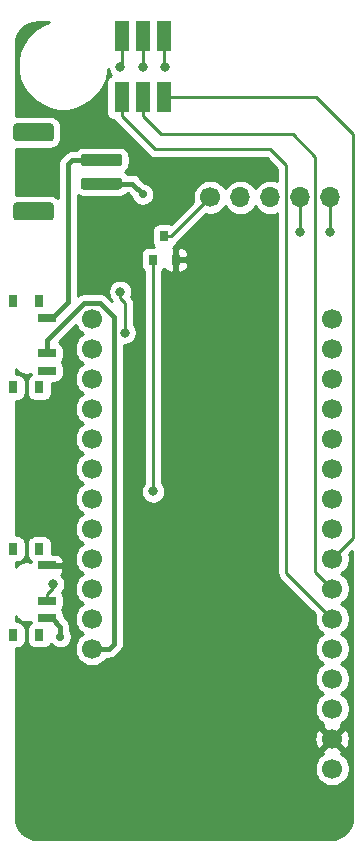
<source format=gbr>
G04 #@! TF.GenerationSoftware,KiCad,Pcbnew,(5.1.0-0)*
G04 #@! TF.CreationDate,2019-06-12T16:48:35+08:00*
G04 #@! TF.ProjectId,Palm,50616c6d-2e6b-4696-9361-645f70636258,V1.0*
G04 #@! TF.SameCoordinates,Original*
G04 #@! TF.FileFunction,Copper,L1,Top*
G04 #@! TF.FilePolarity,Positive*
%FSLAX46Y46*%
G04 Gerber Fmt 4.6, Leading zero omitted, Abs format (unit mm)*
G04 Created by KiCad (PCBNEW (5.1.0-0)) date 2019-06-12 16:48:35*
%MOMM*%
%LPD*%
G04 APERTURE LIST*
%ADD10C,1.700000*%
%ADD11O,1.700000X1.700000*%
%ADD12R,1.300000X2.600000*%
%ADD13R,0.800000X1.000000*%
%ADD14R,1.500000X0.700000*%
%ADD15R,0.800000X0.900000*%
%ADD16C,0.100000*%
%ADD17C,1.000000*%
%ADD18C,1.500000*%
%ADD19C,0.800000*%
%ADD20C,0.700000*%
%ADD21C,0.250000*%
%ADD22C,0.400000*%
%ADD23C,0.254000*%
G04 APERTURE END LIST*
D10*
X157632400Y-89903300D03*
X157632400Y-94983300D03*
X157632400Y-92443300D03*
X157632400Y-112763300D03*
X157632400Y-105143300D03*
X137312400Y-102603300D03*
X137312400Y-97523300D03*
X157632400Y-77203300D03*
X137312400Y-82283300D03*
X157632400Y-82283300D03*
X137312400Y-94983300D03*
X137312400Y-79743300D03*
X157632400Y-87363300D03*
X137312400Y-84823300D03*
X157632400Y-110223300D03*
X137312400Y-100063300D03*
X157632400Y-100063300D03*
X157632400Y-79743300D03*
X137312400Y-105143300D03*
X157632400Y-102603300D03*
X157632400Y-115303300D03*
X157632400Y-97523300D03*
X137312400Y-87363300D03*
X157632400Y-107683300D03*
X137312400Y-89903300D03*
X137312400Y-92443300D03*
X137312400Y-77203300D03*
X157632400Y-84823300D03*
X147320000Y-66929000D03*
D11*
X149860000Y-66929000D03*
X152400000Y-66929000D03*
X157480000Y-66929000D03*
X154940000Y-66929000D03*
D12*
X139805000Y-58480000D03*
X141605000Y-58480000D03*
X143405000Y-58480000D03*
X139805000Y-53280000D03*
X141605000Y-53280000D03*
X143405000Y-53280000D03*
D13*
X132860000Y-96680000D03*
X132860000Y-103980000D03*
X130650000Y-103980000D03*
X130650000Y-96680000D03*
D14*
X133510000Y-102580000D03*
X133510000Y-101080000D03*
X133510000Y-98080000D03*
D13*
X132860000Y-75725000D03*
X132860000Y-83025000D03*
X130650000Y-83025000D03*
X130650000Y-75725000D03*
D14*
X133510000Y-81625000D03*
X133510000Y-80125000D03*
X133510000Y-77125000D03*
D15*
X143428720Y-70216520D03*
X144378720Y-72216520D03*
X142478720Y-72216520D03*
D16*
G36*
X139629504Y-63271204D02*
G01*
X139653773Y-63274804D01*
X139677571Y-63280765D01*
X139700671Y-63289030D01*
X139722849Y-63299520D01*
X139743893Y-63312133D01*
X139763598Y-63326747D01*
X139781777Y-63343223D01*
X139798253Y-63361402D01*
X139812867Y-63381107D01*
X139825480Y-63402151D01*
X139835970Y-63424329D01*
X139844235Y-63447429D01*
X139850196Y-63471227D01*
X139853796Y-63495496D01*
X139855000Y-63520000D01*
X139855000Y-64020000D01*
X139853796Y-64044504D01*
X139850196Y-64068773D01*
X139844235Y-64092571D01*
X139835970Y-64115671D01*
X139825480Y-64137849D01*
X139812867Y-64158893D01*
X139798253Y-64178598D01*
X139781777Y-64196777D01*
X139763598Y-64213253D01*
X139743893Y-64227867D01*
X139722849Y-64240480D01*
X139700671Y-64250970D01*
X139677571Y-64259235D01*
X139653773Y-64265196D01*
X139629504Y-64268796D01*
X139605000Y-64270000D01*
X136605000Y-64270000D01*
X136580496Y-64268796D01*
X136556227Y-64265196D01*
X136532429Y-64259235D01*
X136509329Y-64250970D01*
X136487151Y-64240480D01*
X136466107Y-64227867D01*
X136446402Y-64213253D01*
X136428223Y-64196777D01*
X136411747Y-64178598D01*
X136397133Y-64158893D01*
X136384520Y-64137849D01*
X136374030Y-64115671D01*
X136365765Y-64092571D01*
X136359804Y-64068773D01*
X136356204Y-64044504D01*
X136355000Y-64020000D01*
X136355000Y-63520000D01*
X136356204Y-63495496D01*
X136359804Y-63471227D01*
X136365765Y-63447429D01*
X136374030Y-63424329D01*
X136384520Y-63402151D01*
X136397133Y-63381107D01*
X136411747Y-63361402D01*
X136428223Y-63343223D01*
X136446402Y-63326747D01*
X136466107Y-63312133D01*
X136487151Y-63299520D01*
X136509329Y-63289030D01*
X136532429Y-63280765D01*
X136556227Y-63274804D01*
X136580496Y-63271204D01*
X136605000Y-63270000D01*
X139605000Y-63270000D01*
X139629504Y-63271204D01*
X139629504Y-63271204D01*
G37*
D17*
X138105000Y-63770000D03*
D16*
G36*
X139629504Y-65271204D02*
G01*
X139653773Y-65274804D01*
X139677571Y-65280765D01*
X139700671Y-65289030D01*
X139722849Y-65299520D01*
X139743893Y-65312133D01*
X139763598Y-65326747D01*
X139781777Y-65343223D01*
X139798253Y-65361402D01*
X139812867Y-65381107D01*
X139825480Y-65402151D01*
X139835970Y-65424329D01*
X139844235Y-65447429D01*
X139850196Y-65471227D01*
X139853796Y-65495496D01*
X139855000Y-65520000D01*
X139855000Y-66020000D01*
X139853796Y-66044504D01*
X139850196Y-66068773D01*
X139844235Y-66092571D01*
X139835970Y-66115671D01*
X139825480Y-66137849D01*
X139812867Y-66158893D01*
X139798253Y-66178598D01*
X139781777Y-66196777D01*
X139763598Y-66213253D01*
X139743893Y-66227867D01*
X139722849Y-66240480D01*
X139700671Y-66250970D01*
X139677571Y-66259235D01*
X139653773Y-66265196D01*
X139629504Y-66268796D01*
X139605000Y-66270000D01*
X136605000Y-66270000D01*
X136580496Y-66268796D01*
X136556227Y-66265196D01*
X136532429Y-66259235D01*
X136509329Y-66250970D01*
X136487151Y-66240480D01*
X136466107Y-66227867D01*
X136446402Y-66213253D01*
X136428223Y-66196777D01*
X136411747Y-66178598D01*
X136397133Y-66158893D01*
X136384520Y-66137849D01*
X136374030Y-66115671D01*
X136365765Y-66092571D01*
X136359804Y-66068773D01*
X136356204Y-66044504D01*
X136355000Y-66020000D01*
X136355000Y-65520000D01*
X136356204Y-65495496D01*
X136359804Y-65471227D01*
X136365765Y-65447429D01*
X136374030Y-65424329D01*
X136384520Y-65402151D01*
X136397133Y-65381107D01*
X136411747Y-65361402D01*
X136428223Y-65343223D01*
X136446402Y-65326747D01*
X136466107Y-65312133D01*
X136487151Y-65299520D01*
X136509329Y-65289030D01*
X136532429Y-65280765D01*
X136556227Y-65274804D01*
X136580496Y-65271204D01*
X136605000Y-65270000D01*
X139605000Y-65270000D01*
X139629504Y-65271204D01*
X139629504Y-65271204D01*
G37*
D17*
X138105000Y-65770000D03*
D16*
G36*
X133829504Y-60671204D02*
G01*
X133853773Y-60674804D01*
X133877571Y-60680765D01*
X133900671Y-60689030D01*
X133922849Y-60699520D01*
X133943893Y-60712133D01*
X133963598Y-60726747D01*
X133981777Y-60743223D01*
X133998253Y-60761402D01*
X134012867Y-60781107D01*
X134025480Y-60802151D01*
X134035970Y-60824329D01*
X134044235Y-60847429D01*
X134050196Y-60871227D01*
X134053796Y-60895496D01*
X134055000Y-60920000D01*
X134055000Y-61920000D01*
X134053796Y-61944504D01*
X134050196Y-61968773D01*
X134044235Y-61992571D01*
X134035970Y-62015671D01*
X134025480Y-62037849D01*
X134012867Y-62058893D01*
X133998253Y-62078598D01*
X133981777Y-62096777D01*
X133963598Y-62113253D01*
X133943893Y-62127867D01*
X133922849Y-62140480D01*
X133900671Y-62150970D01*
X133877571Y-62159235D01*
X133853773Y-62165196D01*
X133829504Y-62168796D01*
X133805000Y-62170000D01*
X130905000Y-62170000D01*
X130880496Y-62168796D01*
X130856227Y-62165196D01*
X130832429Y-62159235D01*
X130809329Y-62150970D01*
X130787151Y-62140480D01*
X130766107Y-62127867D01*
X130746402Y-62113253D01*
X130728223Y-62096777D01*
X130711747Y-62078598D01*
X130697133Y-62058893D01*
X130684520Y-62037849D01*
X130674030Y-62015671D01*
X130665765Y-61992571D01*
X130659804Y-61968773D01*
X130656204Y-61944504D01*
X130655000Y-61920000D01*
X130655000Y-60920000D01*
X130656204Y-60895496D01*
X130659804Y-60871227D01*
X130665765Y-60847429D01*
X130674030Y-60824329D01*
X130684520Y-60802151D01*
X130697133Y-60781107D01*
X130711747Y-60761402D01*
X130728223Y-60743223D01*
X130746402Y-60726747D01*
X130766107Y-60712133D01*
X130787151Y-60699520D01*
X130809329Y-60689030D01*
X130832429Y-60680765D01*
X130856227Y-60674804D01*
X130880496Y-60671204D01*
X130905000Y-60670000D01*
X133805000Y-60670000D01*
X133829504Y-60671204D01*
X133829504Y-60671204D01*
G37*
D18*
X132355000Y-61420000D03*
D16*
G36*
X133829504Y-67371204D02*
G01*
X133853773Y-67374804D01*
X133877571Y-67380765D01*
X133900671Y-67389030D01*
X133922849Y-67399520D01*
X133943893Y-67412133D01*
X133963598Y-67426747D01*
X133981777Y-67443223D01*
X133998253Y-67461402D01*
X134012867Y-67481107D01*
X134025480Y-67502151D01*
X134035970Y-67524329D01*
X134044235Y-67547429D01*
X134050196Y-67571227D01*
X134053796Y-67595496D01*
X134055000Y-67620000D01*
X134055000Y-68620000D01*
X134053796Y-68644504D01*
X134050196Y-68668773D01*
X134044235Y-68692571D01*
X134035970Y-68715671D01*
X134025480Y-68737849D01*
X134012867Y-68758893D01*
X133998253Y-68778598D01*
X133981777Y-68796777D01*
X133963598Y-68813253D01*
X133943893Y-68827867D01*
X133922849Y-68840480D01*
X133900671Y-68850970D01*
X133877571Y-68859235D01*
X133853773Y-68865196D01*
X133829504Y-68868796D01*
X133805000Y-68870000D01*
X130905000Y-68870000D01*
X130880496Y-68868796D01*
X130856227Y-68865196D01*
X130832429Y-68859235D01*
X130809329Y-68850970D01*
X130787151Y-68840480D01*
X130766107Y-68827867D01*
X130746402Y-68813253D01*
X130728223Y-68796777D01*
X130711747Y-68778598D01*
X130697133Y-68758893D01*
X130684520Y-68737849D01*
X130674030Y-68715671D01*
X130665765Y-68692571D01*
X130659804Y-68668773D01*
X130656204Y-68644504D01*
X130655000Y-68620000D01*
X130655000Y-67620000D01*
X130656204Y-67595496D01*
X130659804Y-67571227D01*
X130665765Y-67547429D01*
X130674030Y-67524329D01*
X130684520Y-67502151D01*
X130697133Y-67481107D01*
X130711747Y-67461402D01*
X130728223Y-67443223D01*
X130746402Y-67426747D01*
X130766107Y-67412133D01*
X130787151Y-67399520D01*
X130809329Y-67389030D01*
X130832429Y-67380765D01*
X130856227Y-67374804D01*
X130880496Y-67371204D01*
X130905000Y-67370000D01*
X133805000Y-67370000D01*
X133829504Y-67371204D01*
X133829504Y-67371204D01*
G37*
D18*
X132355000Y-68120000D03*
D19*
X141605000Y-55880000D03*
X143510000Y-55880000D03*
D20*
X134620000Y-104140000D03*
X141605000Y-66675000D03*
D19*
X142478720Y-91836280D03*
X139700000Y-55880000D03*
X133985000Y-99695000D03*
X154940000Y-69850000D03*
X140076760Y-78389480D03*
X139700000Y-74930000D03*
X157480000Y-69850000D03*
D21*
X141605000Y-53280000D02*
X141605000Y-55880000D01*
X143405000Y-55775000D02*
X143510000Y-55880000D01*
X143405000Y-53280000D02*
X143405000Y-55775000D01*
D22*
X138105000Y-65770000D02*
X140700000Y-65770000D01*
X140700000Y-65770000D02*
X141605000Y-66675000D01*
X133510000Y-102580000D02*
X133910000Y-102580000D01*
X134620000Y-103290000D02*
X134620000Y-104140000D01*
X133910000Y-102580000D02*
X134620000Y-103290000D01*
X133910000Y-77125000D02*
X133510000Y-77125000D01*
X135255000Y-75780000D02*
X133910000Y-77125000D01*
X135255000Y-64135000D02*
X135255000Y-75780000D01*
X135620000Y-63770000D02*
X138105000Y-63770000D01*
X135255000Y-64135000D02*
X135620000Y-63770000D01*
D21*
X144032480Y-70216520D02*
X143428720Y-70216520D01*
X147320000Y-66929000D02*
X144032480Y-70216520D01*
X142478720Y-72216520D02*
X142478720Y-91836280D01*
X139805000Y-55775000D02*
X139700000Y-55880000D01*
X139805000Y-53280000D02*
X139805000Y-55775000D01*
D22*
X138752580Y-105143300D02*
X137312400Y-105143300D01*
X139176760Y-104719120D02*
X138752580Y-105143300D01*
X133510000Y-80125000D02*
X133510000Y-79007698D01*
X139176760Y-77069658D02*
X139176760Y-104719120D01*
X136664399Y-75853299D02*
X137960401Y-75853299D01*
X137960401Y-75853299D02*
X139176760Y-77069658D01*
X133510000Y-79007698D02*
X136664399Y-75853299D01*
D21*
X133510000Y-100480000D02*
X133985000Y-100005000D01*
X133510000Y-101080000D02*
X133510000Y-100480000D01*
X133985000Y-100005000D02*
X133985000Y-99695000D01*
X156210000Y-98640900D02*
X157632400Y-100063300D01*
X154305000Y-61595000D02*
X156210000Y-63500000D01*
X143170000Y-61595000D02*
X154305000Y-61595000D01*
X141605000Y-60030000D02*
X143170000Y-61595000D01*
X156210000Y-63500000D02*
X156210000Y-98640900D01*
X141605000Y-58480000D02*
X141605000Y-60030000D01*
X143405000Y-58480000D02*
X156270000Y-58480000D01*
X156270000Y-58480000D02*
X159385000Y-61595000D01*
X159385000Y-95770700D02*
X157632400Y-97523300D01*
X159385000Y-61595000D02*
X159385000Y-95770700D01*
X156782401Y-101753301D02*
X157632400Y-102603300D01*
X153764999Y-98735899D02*
X156782401Y-101753301D01*
X153764999Y-64229999D02*
X153764999Y-98735899D01*
X152400000Y-62865000D02*
X153764999Y-64229999D01*
X142640000Y-62865000D02*
X152400000Y-62865000D01*
X139805000Y-60030000D02*
X142640000Y-62865000D01*
X139805000Y-58480000D02*
X139805000Y-60030000D01*
X154940000Y-66929000D02*
X154940000Y-69850000D01*
X140004800Y-78389480D02*
X140076760Y-78389480D01*
X140076760Y-77823795D02*
X140076760Y-78389480D01*
X140076760Y-75872445D02*
X140076760Y-77823795D01*
X139700000Y-75495685D02*
X140076760Y-75872445D01*
X139700000Y-74930000D02*
X139700000Y-75495685D01*
X157480000Y-66929000D02*
X157480000Y-69850000D01*
D23*
G36*
X133032046Y-52354467D02*
G01*
X132403930Y-52774161D01*
X131869761Y-53308330D01*
X131450067Y-53936446D01*
X131160977Y-54634372D01*
X131013600Y-55375285D01*
X131013600Y-56130715D01*
X131160977Y-56871628D01*
X131450067Y-57569554D01*
X131869761Y-58197670D01*
X132403930Y-58731839D01*
X133032046Y-59151533D01*
X133729972Y-59440623D01*
X134470885Y-59588000D01*
X135226315Y-59588000D01*
X135967228Y-59440623D01*
X136665154Y-59151533D01*
X137293270Y-58731839D01*
X137827439Y-58197670D01*
X138247133Y-57569554D01*
X138536223Y-56871628D01*
X138683600Y-56130715D01*
X138683600Y-56075448D01*
X138704774Y-56181898D01*
X138782795Y-56370256D01*
X138896063Y-56539774D01*
X138938416Y-56582127D01*
X138910820Y-56590498D01*
X138800506Y-56649463D01*
X138703815Y-56728815D01*
X138624463Y-56825506D01*
X138565498Y-56935820D01*
X138529188Y-57055518D01*
X138516928Y-57180000D01*
X138516928Y-59780000D01*
X138529188Y-59904482D01*
X138565498Y-60024180D01*
X138624463Y-60134494D01*
X138703815Y-60231185D01*
X138800506Y-60310537D01*
X138910820Y-60369502D01*
X139030518Y-60405812D01*
X139150434Y-60417622D01*
X139170026Y-60454276D01*
X139241201Y-60541002D01*
X139265000Y-60570001D01*
X139293998Y-60593799D01*
X142076205Y-63376008D01*
X142099999Y-63405001D01*
X142128992Y-63428795D01*
X142128996Y-63428799D01*
X142153507Y-63448914D01*
X142215724Y-63499974D01*
X142347753Y-63570546D01*
X142491014Y-63614003D01*
X142602667Y-63625000D01*
X142602676Y-63625000D01*
X142639999Y-63628676D01*
X142677322Y-63625000D01*
X152085199Y-63625000D01*
X153004999Y-64544801D01*
X153004999Y-65568556D01*
X152971034Y-65550401D01*
X152691111Y-65465487D01*
X152472950Y-65444000D01*
X152327050Y-65444000D01*
X152108889Y-65465487D01*
X151828966Y-65550401D01*
X151570986Y-65688294D01*
X151344866Y-65873866D01*
X151159294Y-66099986D01*
X151130000Y-66154791D01*
X151100706Y-66099986D01*
X150915134Y-65873866D01*
X150689014Y-65688294D01*
X150431034Y-65550401D01*
X150151111Y-65465487D01*
X149932950Y-65444000D01*
X149787050Y-65444000D01*
X149568889Y-65465487D01*
X149288966Y-65550401D01*
X149030986Y-65688294D01*
X148804866Y-65873866D01*
X148619294Y-66099986D01*
X148589415Y-66155885D01*
X148473475Y-65982368D01*
X148266632Y-65775525D01*
X148023411Y-65613010D01*
X147753158Y-65501068D01*
X147466260Y-65444000D01*
X147173740Y-65444000D01*
X146886842Y-65501068D01*
X146616589Y-65613010D01*
X146373368Y-65775525D01*
X146166525Y-65982368D01*
X146004010Y-66225589D01*
X145892068Y-66495842D01*
X145835000Y-66782740D01*
X145835000Y-67075260D01*
X145878790Y-67295408D01*
X144014804Y-69159395D01*
X143953202Y-69140708D01*
X143828720Y-69128448D01*
X143028720Y-69128448D01*
X142904238Y-69140708D01*
X142784540Y-69177018D01*
X142674226Y-69235983D01*
X142577535Y-69315335D01*
X142498183Y-69412026D01*
X142439218Y-69522340D01*
X142402908Y-69642038D01*
X142390648Y-69766520D01*
X142390648Y-70666520D01*
X142402908Y-70791002D01*
X142439218Y-70910700D01*
X142498183Y-71021014D01*
X142577535Y-71117705D01*
X142590625Y-71128448D01*
X142078720Y-71128448D01*
X141954238Y-71140708D01*
X141834540Y-71177018D01*
X141724226Y-71235983D01*
X141627535Y-71315335D01*
X141548183Y-71412026D01*
X141489218Y-71522340D01*
X141452908Y-71642038D01*
X141440648Y-71766520D01*
X141440648Y-72666520D01*
X141452908Y-72791002D01*
X141489218Y-72910700D01*
X141548183Y-73021014D01*
X141627535Y-73117705D01*
X141718720Y-73192538D01*
X141718721Y-91132568D01*
X141674783Y-91176506D01*
X141561515Y-91346024D01*
X141483494Y-91534382D01*
X141443720Y-91734341D01*
X141443720Y-91938219D01*
X141483494Y-92138178D01*
X141561515Y-92326536D01*
X141674783Y-92496054D01*
X141818946Y-92640217D01*
X141988464Y-92753485D01*
X142176822Y-92831506D01*
X142376781Y-92871280D01*
X142580659Y-92871280D01*
X142780618Y-92831506D01*
X142968976Y-92753485D01*
X143138494Y-92640217D01*
X143282657Y-92496054D01*
X143395925Y-92326536D01*
X143473946Y-92138178D01*
X143513720Y-91938219D01*
X143513720Y-91734341D01*
X143473946Y-91534382D01*
X143395925Y-91346024D01*
X143282657Y-91176506D01*
X143238720Y-91132569D01*
X143238720Y-73192538D01*
X143329905Y-73117705D01*
X143409257Y-73021014D01*
X143428720Y-72984602D01*
X143448183Y-73021014D01*
X143527535Y-73117705D01*
X143624226Y-73197057D01*
X143734540Y-73256022D01*
X143854238Y-73292332D01*
X143978720Y-73304592D01*
X144092970Y-73301520D01*
X144251720Y-73142770D01*
X144251720Y-72343520D01*
X144505720Y-72343520D01*
X144505720Y-73142770D01*
X144664470Y-73301520D01*
X144778720Y-73304592D01*
X144903202Y-73292332D01*
X145022900Y-73256022D01*
X145133214Y-73197057D01*
X145229905Y-73117705D01*
X145309257Y-73021014D01*
X145368222Y-72910700D01*
X145404532Y-72791002D01*
X145416792Y-72666520D01*
X145413720Y-72502270D01*
X145254970Y-72343520D01*
X144505720Y-72343520D01*
X144251720Y-72343520D01*
X144231720Y-72343520D01*
X144231720Y-72089520D01*
X144251720Y-72089520D01*
X144251720Y-71290270D01*
X144505720Y-71290270D01*
X144505720Y-72089520D01*
X145254970Y-72089520D01*
X145413720Y-71930770D01*
X145416792Y-71766520D01*
X145404532Y-71642038D01*
X145368222Y-71522340D01*
X145309257Y-71412026D01*
X145229905Y-71315335D01*
X145133214Y-71235983D01*
X145022900Y-71177018D01*
X144903202Y-71140708D01*
X144778720Y-71128448D01*
X144664470Y-71131520D01*
X144505720Y-71290270D01*
X144251720Y-71290270D01*
X144167113Y-71205663D01*
X144183214Y-71197057D01*
X144279905Y-71117705D01*
X144359257Y-71021014D01*
X144418222Y-70910700D01*
X144432200Y-70864619D01*
X144456756Y-70851494D01*
X144572481Y-70756521D01*
X144596284Y-70727517D01*
X146953592Y-68370210D01*
X147173740Y-68414000D01*
X147466260Y-68414000D01*
X147753158Y-68356932D01*
X148023411Y-68244990D01*
X148266632Y-68082475D01*
X148473475Y-67875632D01*
X148589415Y-67702115D01*
X148619294Y-67758014D01*
X148804866Y-67984134D01*
X149030986Y-68169706D01*
X149288966Y-68307599D01*
X149568889Y-68392513D01*
X149787050Y-68414000D01*
X149932950Y-68414000D01*
X150151111Y-68392513D01*
X150431034Y-68307599D01*
X150689014Y-68169706D01*
X150915134Y-67984134D01*
X151100706Y-67758014D01*
X151130000Y-67703209D01*
X151159294Y-67758014D01*
X151344866Y-67984134D01*
X151570986Y-68169706D01*
X151828966Y-68307599D01*
X152108889Y-68392513D01*
X152327050Y-68414000D01*
X152472950Y-68414000D01*
X152691111Y-68392513D01*
X152971034Y-68307599D01*
X153004999Y-68289444D01*
X153005000Y-98698566D01*
X153001323Y-98735899D01*
X153015997Y-98884884D01*
X153059453Y-99028145D01*
X153130025Y-99160175D01*
X153196623Y-99241324D01*
X153224999Y-99275900D01*
X153253997Y-99299698D01*
X156191190Y-102236892D01*
X156147400Y-102457040D01*
X156147400Y-102749560D01*
X156204468Y-103036458D01*
X156316410Y-103306711D01*
X156478925Y-103549932D01*
X156685768Y-103756775D01*
X156860160Y-103873300D01*
X156685768Y-103989825D01*
X156478925Y-104196668D01*
X156316410Y-104439889D01*
X156204468Y-104710142D01*
X156147400Y-104997040D01*
X156147400Y-105289560D01*
X156204468Y-105576458D01*
X156316410Y-105846711D01*
X156478925Y-106089932D01*
X156685768Y-106296775D01*
X156860160Y-106413300D01*
X156685768Y-106529825D01*
X156478925Y-106736668D01*
X156316410Y-106979889D01*
X156204468Y-107250142D01*
X156147400Y-107537040D01*
X156147400Y-107829560D01*
X156204468Y-108116458D01*
X156316410Y-108386711D01*
X156478925Y-108629932D01*
X156685768Y-108836775D01*
X156860160Y-108953300D01*
X156685768Y-109069825D01*
X156478925Y-109276668D01*
X156316410Y-109519889D01*
X156204468Y-109790142D01*
X156147400Y-110077040D01*
X156147400Y-110369560D01*
X156204468Y-110656458D01*
X156316410Y-110926711D01*
X156478925Y-111169932D01*
X156685768Y-111376775D01*
X156859129Y-111492611D01*
X156783608Y-111734903D01*
X157632400Y-112583695D01*
X158481192Y-111734903D01*
X158405671Y-111492611D01*
X158579032Y-111376775D01*
X158785875Y-111169932D01*
X158948390Y-110926711D01*
X159060332Y-110656458D01*
X159117400Y-110369560D01*
X159117400Y-110077040D01*
X159060332Y-109790142D01*
X158948390Y-109519889D01*
X158785875Y-109276668D01*
X158579032Y-109069825D01*
X158404640Y-108953300D01*
X158579032Y-108836775D01*
X158785875Y-108629932D01*
X158948390Y-108386711D01*
X159060332Y-108116458D01*
X159117400Y-107829560D01*
X159117400Y-107537040D01*
X159060332Y-107250142D01*
X158948390Y-106979889D01*
X158785875Y-106736668D01*
X158579032Y-106529825D01*
X158404640Y-106413300D01*
X158579032Y-106296775D01*
X158785875Y-106089932D01*
X158948390Y-105846711D01*
X159060332Y-105576458D01*
X159117400Y-105289560D01*
X159117400Y-104997040D01*
X159060332Y-104710142D01*
X158948390Y-104439889D01*
X158785875Y-104196668D01*
X158579032Y-103989825D01*
X158404640Y-103873300D01*
X158579032Y-103756775D01*
X158785875Y-103549932D01*
X158948390Y-103306711D01*
X159060332Y-103036458D01*
X159117400Y-102749560D01*
X159117400Y-102457040D01*
X159060332Y-102170142D01*
X158948390Y-101899889D01*
X158785875Y-101656668D01*
X158579032Y-101449825D01*
X158404640Y-101333300D01*
X158579032Y-101216775D01*
X158785875Y-101009932D01*
X158948390Y-100766711D01*
X159060332Y-100496458D01*
X159117400Y-100209560D01*
X159117400Y-99917040D01*
X159060332Y-99630142D01*
X158948390Y-99359889D01*
X158785875Y-99116668D01*
X158579032Y-98909825D01*
X158404640Y-98793300D01*
X158579032Y-98676775D01*
X158785875Y-98469932D01*
X158948390Y-98226711D01*
X159060332Y-97956458D01*
X159117400Y-97669560D01*
X159117400Y-97377040D01*
X159073610Y-97156892D01*
X159360000Y-96870501D01*
X159360000Y-119347721D01*
X159321091Y-119744545D01*
X159215220Y-120095206D01*
X159043257Y-120418623D01*
X158811748Y-120702482D01*
X158529514Y-120935965D01*
X158207304Y-121110184D01*
X157857385Y-121218502D01*
X157462557Y-121260000D01*
X132747279Y-121260000D01*
X132350455Y-121221091D01*
X131999794Y-121115220D01*
X131676377Y-120943257D01*
X131392518Y-120711748D01*
X131159035Y-120429514D01*
X130984816Y-120107304D01*
X130876498Y-119757385D01*
X130835000Y-119362557D01*
X130835000Y-115157040D01*
X156147400Y-115157040D01*
X156147400Y-115449560D01*
X156204468Y-115736458D01*
X156316410Y-116006711D01*
X156478925Y-116249932D01*
X156685768Y-116456775D01*
X156928989Y-116619290D01*
X157199242Y-116731232D01*
X157486140Y-116788300D01*
X157778660Y-116788300D01*
X158065558Y-116731232D01*
X158335811Y-116619290D01*
X158579032Y-116456775D01*
X158785875Y-116249932D01*
X158948390Y-116006711D01*
X159060332Y-115736458D01*
X159117400Y-115449560D01*
X159117400Y-115157040D01*
X159060332Y-114870142D01*
X158948390Y-114599889D01*
X158785875Y-114356668D01*
X158579032Y-114149825D01*
X158405671Y-114033989D01*
X158481192Y-113791697D01*
X157632400Y-112942905D01*
X156783608Y-113791697D01*
X156859129Y-114033989D01*
X156685768Y-114149825D01*
X156478925Y-114356668D01*
X156316410Y-114599889D01*
X156204468Y-114870142D01*
X156147400Y-115157040D01*
X130835000Y-115157040D01*
X130835000Y-112831831D01*
X156141789Y-112831831D01*
X156183801Y-113121319D01*
X156281481Y-113397047D01*
X156354928Y-113534457D01*
X156604003Y-113612092D01*
X157452795Y-112763300D01*
X157812005Y-112763300D01*
X158660797Y-113612092D01*
X158909872Y-113534457D01*
X159035771Y-113270417D01*
X159107739Y-112986889D01*
X159123011Y-112694769D01*
X159080999Y-112405281D01*
X158983319Y-112129553D01*
X158909872Y-111992143D01*
X158660797Y-111914508D01*
X157812005Y-112763300D01*
X157452795Y-112763300D01*
X156604003Y-111914508D01*
X156354928Y-111992143D01*
X156229029Y-112256183D01*
X156157061Y-112539711D01*
X156141789Y-112831831D01*
X130835000Y-112831831D01*
X130835000Y-105118072D01*
X131050000Y-105118072D01*
X131174482Y-105105812D01*
X131294180Y-105069502D01*
X131404494Y-105010537D01*
X131501185Y-104931185D01*
X131580537Y-104834494D01*
X131639502Y-104724180D01*
X131675812Y-104604482D01*
X131688072Y-104480000D01*
X131688072Y-103480000D01*
X131675812Y-103355518D01*
X131639502Y-103235820D01*
X131580537Y-103125506D01*
X131501185Y-103028815D01*
X131404494Y-102949463D01*
X131294180Y-102890498D01*
X131174482Y-102854188D01*
X131050000Y-102841928D01*
X130835000Y-102841928D01*
X130835000Y-102413555D01*
X130907225Y-102521647D01*
X131058353Y-102672775D01*
X131236060Y-102791515D01*
X131433517Y-102873304D01*
X131643137Y-102915000D01*
X131856863Y-102915000D01*
X132066483Y-102873304D01*
X132121928Y-102850338D01*
X132121928Y-102930000D01*
X132122928Y-102940151D01*
X132105506Y-102949463D01*
X132008815Y-103028815D01*
X131929463Y-103125506D01*
X131870498Y-103235820D01*
X131834188Y-103355518D01*
X131821928Y-103480000D01*
X131821928Y-104480000D01*
X131834188Y-104604482D01*
X131870498Y-104724180D01*
X131929463Y-104834494D01*
X132008815Y-104931185D01*
X132105506Y-105010537D01*
X132215820Y-105069502D01*
X132335518Y-105105812D01*
X132460000Y-105118072D01*
X133260000Y-105118072D01*
X133384482Y-105105812D01*
X133504180Y-105069502D01*
X133614494Y-105010537D01*
X133711185Y-104931185D01*
X133790537Y-104834494D01*
X133838918Y-104743981D01*
X133854901Y-104767901D01*
X133992099Y-104905099D01*
X134153428Y-105012896D01*
X134332686Y-105087147D01*
X134522986Y-105125000D01*
X134717014Y-105125000D01*
X134907314Y-105087147D01*
X135086572Y-105012896D01*
X135247901Y-104905099D01*
X135385099Y-104767901D01*
X135492896Y-104606572D01*
X135567147Y-104427314D01*
X135605000Y-104237014D01*
X135605000Y-104042986D01*
X135567147Y-103852686D01*
X135492896Y-103673428D01*
X135455000Y-103616713D01*
X135455000Y-103331018D01*
X135459040Y-103290000D01*
X135442918Y-103126312D01*
X135395172Y-102968913D01*
X135317636Y-102823854D01*
X135239439Y-102728570D01*
X135239437Y-102728568D01*
X135213291Y-102696709D01*
X135181433Y-102670564D01*
X134898072Y-102387204D01*
X134898072Y-102230000D01*
X134885812Y-102105518D01*
X134849502Y-101985820D01*
X134790537Y-101875506D01*
X134753191Y-101830000D01*
X134790537Y-101784494D01*
X134849502Y-101674180D01*
X134885812Y-101554482D01*
X134898072Y-101430000D01*
X134898072Y-100730000D01*
X134885812Y-100605518D01*
X134849502Y-100485820D01*
X134790537Y-100375506D01*
X134780471Y-100363240D01*
X134788937Y-100354774D01*
X134902205Y-100185256D01*
X134980226Y-99996898D01*
X135020000Y-99796939D01*
X135020000Y-99593061D01*
X134980226Y-99393102D01*
X134902205Y-99204744D01*
X134788937Y-99035226D01*
X134669284Y-98915573D01*
X134711185Y-98881185D01*
X134790537Y-98784494D01*
X134849502Y-98674180D01*
X134885812Y-98554482D01*
X134898072Y-98430000D01*
X134895000Y-98365750D01*
X134736250Y-98207000D01*
X133637000Y-98207000D01*
X133637000Y-98227000D01*
X133383000Y-98227000D01*
X133383000Y-98207000D01*
X133363000Y-98207000D01*
X133363000Y-97953000D01*
X133383000Y-97953000D01*
X133383000Y-97933000D01*
X133637000Y-97933000D01*
X133637000Y-97953000D01*
X134736250Y-97953000D01*
X134895000Y-97794250D01*
X134898072Y-97730000D01*
X134885812Y-97605518D01*
X134849502Y-97485820D01*
X134790537Y-97375506D01*
X134711185Y-97278815D01*
X134614494Y-97199463D01*
X134504180Y-97140498D01*
X134384482Y-97104188D01*
X134260000Y-97091928D01*
X133898072Y-97094323D01*
X133898072Y-96180000D01*
X133885812Y-96055518D01*
X133849502Y-95935820D01*
X133790537Y-95825506D01*
X133711185Y-95728815D01*
X133614494Y-95649463D01*
X133504180Y-95590498D01*
X133384482Y-95554188D01*
X133260000Y-95541928D01*
X132460000Y-95541928D01*
X132335518Y-95554188D01*
X132215820Y-95590498D01*
X132105506Y-95649463D01*
X132008815Y-95728815D01*
X131929463Y-95825506D01*
X131870498Y-95935820D01*
X131834188Y-96055518D01*
X131821928Y-96180000D01*
X131821928Y-97180000D01*
X131834188Y-97304482D01*
X131870498Y-97424180D01*
X131929463Y-97534494D01*
X132008815Y-97631185D01*
X132105506Y-97710537D01*
X132122928Y-97719849D01*
X132121928Y-97730000D01*
X132125000Y-97794250D01*
X132153482Y-97822732D01*
X132066483Y-97786696D01*
X131856863Y-97745000D01*
X131643137Y-97745000D01*
X131433517Y-97786696D01*
X131236060Y-97868485D01*
X131058353Y-97987225D01*
X130907225Y-98138353D01*
X130835000Y-98246445D01*
X130835000Y-97818072D01*
X131050000Y-97818072D01*
X131174482Y-97805812D01*
X131294180Y-97769502D01*
X131404494Y-97710537D01*
X131501185Y-97631185D01*
X131580537Y-97534494D01*
X131639502Y-97424180D01*
X131675812Y-97304482D01*
X131688072Y-97180000D01*
X131688072Y-96180000D01*
X131675812Y-96055518D01*
X131639502Y-95935820D01*
X131580537Y-95825506D01*
X131501185Y-95728815D01*
X131404494Y-95649463D01*
X131294180Y-95590498D01*
X131174482Y-95554188D01*
X131050000Y-95541928D01*
X130835000Y-95541928D01*
X130835000Y-84163072D01*
X131050000Y-84163072D01*
X131174482Y-84150812D01*
X131294180Y-84114502D01*
X131404494Y-84055537D01*
X131501185Y-83976185D01*
X131580537Y-83879494D01*
X131639502Y-83769180D01*
X131675812Y-83649482D01*
X131688072Y-83525000D01*
X131688072Y-82525000D01*
X131675812Y-82400518D01*
X131639502Y-82280820D01*
X131580537Y-82170506D01*
X131501185Y-82073815D01*
X131404494Y-81994463D01*
X131294180Y-81935498D01*
X131174482Y-81899188D01*
X131050000Y-81886928D01*
X130835000Y-81886928D01*
X130835000Y-81458555D01*
X130907225Y-81566647D01*
X131058353Y-81717775D01*
X131236060Y-81836515D01*
X131433517Y-81918304D01*
X131643137Y-81960000D01*
X131856863Y-81960000D01*
X132066483Y-81918304D01*
X132121928Y-81895338D01*
X132121928Y-81975000D01*
X132122928Y-81985151D01*
X132105506Y-81994463D01*
X132008815Y-82073815D01*
X131929463Y-82170506D01*
X131870498Y-82280820D01*
X131834188Y-82400518D01*
X131821928Y-82525000D01*
X131821928Y-83525000D01*
X131834188Y-83649482D01*
X131870498Y-83769180D01*
X131929463Y-83879494D01*
X132008815Y-83976185D01*
X132105506Y-84055537D01*
X132215820Y-84114502D01*
X132335518Y-84150812D01*
X132460000Y-84163072D01*
X133260000Y-84163072D01*
X133384482Y-84150812D01*
X133504180Y-84114502D01*
X133614494Y-84055537D01*
X133711185Y-83976185D01*
X133790537Y-83879494D01*
X133849502Y-83769180D01*
X133885812Y-83649482D01*
X133898072Y-83525000D01*
X133898072Y-82613072D01*
X134260000Y-82613072D01*
X134384482Y-82600812D01*
X134504180Y-82564502D01*
X134614494Y-82505537D01*
X134711185Y-82426185D01*
X134790537Y-82329494D01*
X134849502Y-82219180D01*
X134885812Y-82099482D01*
X134898072Y-81975000D01*
X134898072Y-81275000D01*
X134885812Y-81150518D01*
X134849502Y-81030820D01*
X134790537Y-80920506D01*
X134753191Y-80875000D01*
X134790537Y-80829494D01*
X134849502Y-80719180D01*
X134885812Y-80599482D01*
X134898072Y-80475000D01*
X134898072Y-79775000D01*
X134885812Y-79650518D01*
X134849502Y-79530820D01*
X134790537Y-79420506D01*
X134711185Y-79323815D01*
X134614494Y-79244463D01*
X134509972Y-79188594D01*
X135936497Y-77762069D01*
X135996410Y-77906711D01*
X136158925Y-78149932D01*
X136365768Y-78356775D01*
X136540160Y-78473300D01*
X136365768Y-78589825D01*
X136158925Y-78796668D01*
X135996410Y-79039889D01*
X135884468Y-79310142D01*
X135827400Y-79597040D01*
X135827400Y-79889560D01*
X135884468Y-80176458D01*
X135996410Y-80446711D01*
X136158925Y-80689932D01*
X136365768Y-80896775D01*
X136540160Y-81013300D01*
X136365768Y-81129825D01*
X136158925Y-81336668D01*
X135996410Y-81579889D01*
X135884468Y-81850142D01*
X135827400Y-82137040D01*
X135827400Y-82429560D01*
X135884468Y-82716458D01*
X135996410Y-82986711D01*
X136158925Y-83229932D01*
X136365768Y-83436775D01*
X136540160Y-83553300D01*
X136365768Y-83669825D01*
X136158925Y-83876668D01*
X135996410Y-84119889D01*
X135884468Y-84390142D01*
X135827400Y-84677040D01*
X135827400Y-84969560D01*
X135884468Y-85256458D01*
X135996410Y-85526711D01*
X136158925Y-85769932D01*
X136365768Y-85976775D01*
X136540160Y-86093300D01*
X136365768Y-86209825D01*
X136158925Y-86416668D01*
X135996410Y-86659889D01*
X135884468Y-86930142D01*
X135827400Y-87217040D01*
X135827400Y-87509560D01*
X135884468Y-87796458D01*
X135996410Y-88066711D01*
X136158925Y-88309932D01*
X136365768Y-88516775D01*
X136540160Y-88633300D01*
X136365768Y-88749825D01*
X136158925Y-88956668D01*
X135996410Y-89199889D01*
X135884468Y-89470142D01*
X135827400Y-89757040D01*
X135827400Y-90049560D01*
X135884468Y-90336458D01*
X135996410Y-90606711D01*
X136158925Y-90849932D01*
X136365768Y-91056775D01*
X136540160Y-91173300D01*
X136365768Y-91289825D01*
X136158925Y-91496668D01*
X135996410Y-91739889D01*
X135884468Y-92010142D01*
X135827400Y-92297040D01*
X135827400Y-92589560D01*
X135884468Y-92876458D01*
X135996410Y-93146711D01*
X136158925Y-93389932D01*
X136365768Y-93596775D01*
X136540160Y-93713300D01*
X136365768Y-93829825D01*
X136158925Y-94036668D01*
X135996410Y-94279889D01*
X135884468Y-94550142D01*
X135827400Y-94837040D01*
X135827400Y-95129560D01*
X135884468Y-95416458D01*
X135996410Y-95686711D01*
X136158925Y-95929932D01*
X136365768Y-96136775D01*
X136540160Y-96253300D01*
X136365768Y-96369825D01*
X136158925Y-96576668D01*
X135996410Y-96819889D01*
X135884468Y-97090142D01*
X135827400Y-97377040D01*
X135827400Y-97669560D01*
X135884468Y-97956458D01*
X135996410Y-98226711D01*
X136158925Y-98469932D01*
X136365768Y-98676775D01*
X136540160Y-98793300D01*
X136365768Y-98909825D01*
X136158925Y-99116668D01*
X135996410Y-99359889D01*
X135884468Y-99630142D01*
X135827400Y-99917040D01*
X135827400Y-100209560D01*
X135884468Y-100496458D01*
X135996410Y-100766711D01*
X136158925Y-101009932D01*
X136365768Y-101216775D01*
X136540160Y-101333300D01*
X136365768Y-101449825D01*
X136158925Y-101656668D01*
X135996410Y-101899889D01*
X135884468Y-102170142D01*
X135827400Y-102457040D01*
X135827400Y-102749560D01*
X135884468Y-103036458D01*
X135996410Y-103306711D01*
X136158925Y-103549932D01*
X136365768Y-103756775D01*
X136540160Y-103873300D01*
X136365768Y-103989825D01*
X136158925Y-104196668D01*
X135996410Y-104439889D01*
X135884468Y-104710142D01*
X135827400Y-104997040D01*
X135827400Y-105289560D01*
X135884468Y-105576458D01*
X135996410Y-105846711D01*
X136158925Y-106089932D01*
X136365768Y-106296775D01*
X136608989Y-106459290D01*
X136879242Y-106571232D01*
X137166140Y-106628300D01*
X137458660Y-106628300D01*
X137745558Y-106571232D01*
X138015811Y-106459290D01*
X138259032Y-106296775D01*
X138465875Y-106089932D01*
X138540465Y-105978300D01*
X138711562Y-105978300D01*
X138752580Y-105982340D01*
X138793598Y-105978300D01*
X138793599Y-105978300D01*
X138916269Y-105966218D01*
X139073667Y-105918472D01*
X139218726Y-105840936D01*
X139345871Y-105736591D01*
X139372026Y-105704721D01*
X139738181Y-105338566D01*
X139770051Y-105312411D01*
X139874396Y-105185266D01*
X139951932Y-105040207D01*
X139999678Y-104882809D01*
X140011760Y-104760139D01*
X140015800Y-104719121D01*
X140011760Y-104678102D01*
X140011760Y-79424480D01*
X140178699Y-79424480D01*
X140378658Y-79384706D01*
X140567016Y-79306685D01*
X140736534Y-79193417D01*
X140880697Y-79049254D01*
X140993965Y-78879736D01*
X141071986Y-78691378D01*
X141111760Y-78491419D01*
X141111760Y-78287541D01*
X141071986Y-78087582D01*
X140993965Y-77899224D01*
X140880697Y-77729706D01*
X140836760Y-77685769D01*
X140836760Y-75909767D01*
X140840436Y-75872444D01*
X140836760Y-75835121D01*
X140836760Y-75835112D01*
X140825763Y-75723459D01*
X140782306Y-75580198D01*
X140711734Y-75448169D01*
X140641229Y-75362258D01*
X140695226Y-75231898D01*
X140735000Y-75031939D01*
X140735000Y-74828061D01*
X140695226Y-74628102D01*
X140617205Y-74439744D01*
X140503937Y-74270226D01*
X140359774Y-74126063D01*
X140190256Y-74012795D01*
X140001898Y-73934774D01*
X139801939Y-73895000D01*
X139598061Y-73895000D01*
X139398102Y-73934774D01*
X139209744Y-74012795D01*
X139040226Y-74126063D01*
X138896063Y-74270226D01*
X138782795Y-74439744D01*
X138704774Y-74628102D01*
X138665000Y-74828061D01*
X138665000Y-75031939D01*
X138704774Y-75231898D01*
X138782795Y-75420256D01*
X138896063Y-75589774D01*
X138951013Y-75644724D01*
X138958990Y-75671021D01*
X138579847Y-75291878D01*
X138553692Y-75260008D01*
X138426547Y-75155663D01*
X138281488Y-75078127D01*
X138124090Y-75030381D01*
X138001420Y-75018299D01*
X138001419Y-75018299D01*
X137960401Y-75014259D01*
X137919383Y-75018299D01*
X136705417Y-75018299D01*
X136664399Y-75014259D01*
X136500710Y-75030381D01*
X136343312Y-75078127D01*
X136198253Y-75155663D01*
X136140038Y-75203439D01*
X136090000Y-75244504D01*
X136090000Y-66740667D01*
X136111614Y-66758405D01*
X136265150Y-66840472D01*
X136431746Y-66891008D01*
X136605000Y-66908072D01*
X139605000Y-66908072D01*
X139778254Y-66891008D01*
X139944850Y-66840472D01*
X140098386Y-66758405D01*
X140232962Y-66647962D01*
X140268220Y-66605000D01*
X140354133Y-66605000D01*
X140644546Y-66895413D01*
X140657853Y-66962314D01*
X140732104Y-67141572D01*
X140839901Y-67302901D01*
X140977099Y-67440099D01*
X141138428Y-67547896D01*
X141317686Y-67622147D01*
X141507986Y-67660000D01*
X141702014Y-67660000D01*
X141892314Y-67622147D01*
X142071572Y-67547896D01*
X142232901Y-67440099D01*
X142370099Y-67302901D01*
X142477896Y-67141572D01*
X142552147Y-66962314D01*
X142590000Y-66772014D01*
X142590000Y-66577986D01*
X142552147Y-66387686D01*
X142477896Y-66208428D01*
X142370099Y-66047099D01*
X142232901Y-65909901D01*
X142071572Y-65802104D01*
X141892314Y-65727853D01*
X141825413Y-65714546D01*
X141319446Y-65208579D01*
X141293291Y-65176709D01*
X141166146Y-65072364D01*
X141021087Y-64994828D01*
X140863689Y-64947082D01*
X140741019Y-64935000D01*
X140741018Y-64935000D01*
X140700000Y-64930960D01*
X140658982Y-64935000D01*
X140268220Y-64935000D01*
X140232962Y-64892038D01*
X140098386Y-64781595D01*
X140076693Y-64770000D01*
X140098386Y-64758405D01*
X140232962Y-64647962D01*
X140343405Y-64513386D01*
X140425472Y-64359850D01*
X140476008Y-64193254D01*
X140493072Y-64020000D01*
X140493072Y-63520000D01*
X140476008Y-63346746D01*
X140425472Y-63180150D01*
X140343405Y-63026614D01*
X140232962Y-62892038D01*
X140098386Y-62781595D01*
X139944850Y-62699528D01*
X139778254Y-62648992D01*
X139605000Y-62631928D01*
X136605000Y-62631928D01*
X136431746Y-62648992D01*
X136265150Y-62699528D01*
X136111614Y-62781595D01*
X135977038Y-62892038D01*
X135941780Y-62935000D01*
X135661018Y-62935000D01*
X135620000Y-62930960D01*
X135578981Y-62935000D01*
X135456311Y-62947082D01*
X135298913Y-62994828D01*
X135153854Y-63072364D01*
X135026709Y-63176709D01*
X135000558Y-63208574D01*
X134693578Y-63515555D01*
X134661709Y-63541709D01*
X134593355Y-63625000D01*
X134557364Y-63668855D01*
X134479828Y-63813914D01*
X134432082Y-63971312D01*
X134415960Y-64135000D01*
X134420000Y-64176019D01*
X134420000Y-66981401D01*
X134298386Y-66881595D01*
X134144850Y-66799528D01*
X133978254Y-66748992D01*
X133805000Y-66731928D01*
X130905000Y-66731928D01*
X130835000Y-66738822D01*
X130835000Y-62801178D01*
X130905000Y-62808072D01*
X133805000Y-62808072D01*
X133978254Y-62791008D01*
X134144850Y-62740472D01*
X134298386Y-62658405D01*
X134432962Y-62547962D01*
X134543405Y-62413386D01*
X134625472Y-62259850D01*
X134676008Y-62093254D01*
X134693072Y-61920000D01*
X134693072Y-60920000D01*
X134676008Y-60746746D01*
X134625472Y-60580150D01*
X134543405Y-60426614D01*
X134432962Y-60292038D01*
X134298386Y-60181595D01*
X134144850Y-60099528D01*
X133978254Y-60048992D01*
X133805000Y-60031928D01*
X130905000Y-60031928D01*
X130835000Y-60038822D01*
X130835000Y-54007279D01*
X130873909Y-53610455D01*
X130979780Y-53259792D01*
X131151744Y-52936375D01*
X131383254Y-52652516D01*
X131665486Y-52419035D01*
X131987695Y-52244817D01*
X132337614Y-52136498D01*
X132732443Y-52095000D01*
X133658456Y-52095000D01*
X133032046Y-52354467D01*
X133032046Y-52354467D01*
G37*
X133032046Y-52354467D02*
X132403930Y-52774161D01*
X131869761Y-53308330D01*
X131450067Y-53936446D01*
X131160977Y-54634372D01*
X131013600Y-55375285D01*
X131013600Y-56130715D01*
X131160977Y-56871628D01*
X131450067Y-57569554D01*
X131869761Y-58197670D01*
X132403930Y-58731839D01*
X133032046Y-59151533D01*
X133729972Y-59440623D01*
X134470885Y-59588000D01*
X135226315Y-59588000D01*
X135967228Y-59440623D01*
X136665154Y-59151533D01*
X137293270Y-58731839D01*
X137827439Y-58197670D01*
X138247133Y-57569554D01*
X138536223Y-56871628D01*
X138683600Y-56130715D01*
X138683600Y-56075448D01*
X138704774Y-56181898D01*
X138782795Y-56370256D01*
X138896063Y-56539774D01*
X138938416Y-56582127D01*
X138910820Y-56590498D01*
X138800506Y-56649463D01*
X138703815Y-56728815D01*
X138624463Y-56825506D01*
X138565498Y-56935820D01*
X138529188Y-57055518D01*
X138516928Y-57180000D01*
X138516928Y-59780000D01*
X138529188Y-59904482D01*
X138565498Y-60024180D01*
X138624463Y-60134494D01*
X138703815Y-60231185D01*
X138800506Y-60310537D01*
X138910820Y-60369502D01*
X139030518Y-60405812D01*
X139150434Y-60417622D01*
X139170026Y-60454276D01*
X139241201Y-60541002D01*
X139265000Y-60570001D01*
X139293998Y-60593799D01*
X142076205Y-63376008D01*
X142099999Y-63405001D01*
X142128992Y-63428795D01*
X142128996Y-63428799D01*
X142153507Y-63448914D01*
X142215724Y-63499974D01*
X142347753Y-63570546D01*
X142491014Y-63614003D01*
X142602667Y-63625000D01*
X142602676Y-63625000D01*
X142639999Y-63628676D01*
X142677322Y-63625000D01*
X152085199Y-63625000D01*
X153004999Y-64544801D01*
X153004999Y-65568556D01*
X152971034Y-65550401D01*
X152691111Y-65465487D01*
X152472950Y-65444000D01*
X152327050Y-65444000D01*
X152108889Y-65465487D01*
X151828966Y-65550401D01*
X151570986Y-65688294D01*
X151344866Y-65873866D01*
X151159294Y-66099986D01*
X151130000Y-66154791D01*
X151100706Y-66099986D01*
X150915134Y-65873866D01*
X150689014Y-65688294D01*
X150431034Y-65550401D01*
X150151111Y-65465487D01*
X149932950Y-65444000D01*
X149787050Y-65444000D01*
X149568889Y-65465487D01*
X149288966Y-65550401D01*
X149030986Y-65688294D01*
X148804866Y-65873866D01*
X148619294Y-66099986D01*
X148589415Y-66155885D01*
X148473475Y-65982368D01*
X148266632Y-65775525D01*
X148023411Y-65613010D01*
X147753158Y-65501068D01*
X147466260Y-65444000D01*
X147173740Y-65444000D01*
X146886842Y-65501068D01*
X146616589Y-65613010D01*
X146373368Y-65775525D01*
X146166525Y-65982368D01*
X146004010Y-66225589D01*
X145892068Y-66495842D01*
X145835000Y-66782740D01*
X145835000Y-67075260D01*
X145878790Y-67295408D01*
X144014804Y-69159395D01*
X143953202Y-69140708D01*
X143828720Y-69128448D01*
X143028720Y-69128448D01*
X142904238Y-69140708D01*
X142784540Y-69177018D01*
X142674226Y-69235983D01*
X142577535Y-69315335D01*
X142498183Y-69412026D01*
X142439218Y-69522340D01*
X142402908Y-69642038D01*
X142390648Y-69766520D01*
X142390648Y-70666520D01*
X142402908Y-70791002D01*
X142439218Y-70910700D01*
X142498183Y-71021014D01*
X142577535Y-71117705D01*
X142590625Y-71128448D01*
X142078720Y-71128448D01*
X141954238Y-71140708D01*
X141834540Y-71177018D01*
X141724226Y-71235983D01*
X141627535Y-71315335D01*
X141548183Y-71412026D01*
X141489218Y-71522340D01*
X141452908Y-71642038D01*
X141440648Y-71766520D01*
X141440648Y-72666520D01*
X141452908Y-72791002D01*
X141489218Y-72910700D01*
X141548183Y-73021014D01*
X141627535Y-73117705D01*
X141718720Y-73192538D01*
X141718721Y-91132568D01*
X141674783Y-91176506D01*
X141561515Y-91346024D01*
X141483494Y-91534382D01*
X141443720Y-91734341D01*
X141443720Y-91938219D01*
X141483494Y-92138178D01*
X141561515Y-92326536D01*
X141674783Y-92496054D01*
X141818946Y-92640217D01*
X141988464Y-92753485D01*
X142176822Y-92831506D01*
X142376781Y-92871280D01*
X142580659Y-92871280D01*
X142780618Y-92831506D01*
X142968976Y-92753485D01*
X143138494Y-92640217D01*
X143282657Y-92496054D01*
X143395925Y-92326536D01*
X143473946Y-92138178D01*
X143513720Y-91938219D01*
X143513720Y-91734341D01*
X143473946Y-91534382D01*
X143395925Y-91346024D01*
X143282657Y-91176506D01*
X143238720Y-91132569D01*
X143238720Y-73192538D01*
X143329905Y-73117705D01*
X143409257Y-73021014D01*
X143428720Y-72984602D01*
X143448183Y-73021014D01*
X143527535Y-73117705D01*
X143624226Y-73197057D01*
X143734540Y-73256022D01*
X143854238Y-73292332D01*
X143978720Y-73304592D01*
X144092970Y-73301520D01*
X144251720Y-73142770D01*
X144251720Y-72343520D01*
X144505720Y-72343520D01*
X144505720Y-73142770D01*
X144664470Y-73301520D01*
X144778720Y-73304592D01*
X144903202Y-73292332D01*
X145022900Y-73256022D01*
X145133214Y-73197057D01*
X145229905Y-73117705D01*
X145309257Y-73021014D01*
X145368222Y-72910700D01*
X145404532Y-72791002D01*
X145416792Y-72666520D01*
X145413720Y-72502270D01*
X145254970Y-72343520D01*
X144505720Y-72343520D01*
X144251720Y-72343520D01*
X144231720Y-72343520D01*
X144231720Y-72089520D01*
X144251720Y-72089520D01*
X144251720Y-71290270D01*
X144505720Y-71290270D01*
X144505720Y-72089520D01*
X145254970Y-72089520D01*
X145413720Y-71930770D01*
X145416792Y-71766520D01*
X145404532Y-71642038D01*
X145368222Y-71522340D01*
X145309257Y-71412026D01*
X145229905Y-71315335D01*
X145133214Y-71235983D01*
X145022900Y-71177018D01*
X144903202Y-71140708D01*
X144778720Y-71128448D01*
X144664470Y-71131520D01*
X144505720Y-71290270D01*
X144251720Y-71290270D01*
X144167113Y-71205663D01*
X144183214Y-71197057D01*
X144279905Y-71117705D01*
X144359257Y-71021014D01*
X144418222Y-70910700D01*
X144432200Y-70864619D01*
X144456756Y-70851494D01*
X144572481Y-70756521D01*
X144596284Y-70727517D01*
X146953592Y-68370210D01*
X147173740Y-68414000D01*
X147466260Y-68414000D01*
X147753158Y-68356932D01*
X148023411Y-68244990D01*
X148266632Y-68082475D01*
X148473475Y-67875632D01*
X148589415Y-67702115D01*
X148619294Y-67758014D01*
X148804866Y-67984134D01*
X149030986Y-68169706D01*
X149288966Y-68307599D01*
X149568889Y-68392513D01*
X149787050Y-68414000D01*
X149932950Y-68414000D01*
X150151111Y-68392513D01*
X150431034Y-68307599D01*
X150689014Y-68169706D01*
X150915134Y-67984134D01*
X151100706Y-67758014D01*
X151130000Y-67703209D01*
X151159294Y-67758014D01*
X151344866Y-67984134D01*
X151570986Y-68169706D01*
X151828966Y-68307599D01*
X152108889Y-68392513D01*
X152327050Y-68414000D01*
X152472950Y-68414000D01*
X152691111Y-68392513D01*
X152971034Y-68307599D01*
X153004999Y-68289444D01*
X153005000Y-98698566D01*
X153001323Y-98735899D01*
X153015997Y-98884884D01*
X153059453Y-99028145D01*
X153130025Y-99160175D01*
X153196623Y-99241324D01*
X153224999Y-99275900D01*
X153253997Y-99299698D01*
X156191190Y-102236892D01*
X156147400Y-102457040D01*
X156147400Y-102749560D01*
X156204468Y-103036458D01*
X156316410Y-103306711D01*
X156478925Y-103549932D01*
X156685768Y-103756775D01*
X156860160Y-103873300D01*
X156685768Y-103989825D01*
X156478925Y-104196668D01*
X156316410Y-104439889D01*
X156204468Y-104710142D01*
X156147400Y-104997040D01*
X156147400Y-105289560D01*
X156204468Y-105576458D01*
X156316410Y-105846711D01*
X156478925Y-106089932D01*
X156685768Y-106296775D01*
X156860160Y-106413300D01*
X156685768Y-106529825D01*
X156478925Y-106736668D01*
X156316410Y-106979889D01*
X156204468Y-107250142D01*
X156147400Y-107537040D01*
X156147400Y-107829560D01*
X156204468Y-108116458D01*
X156316410Y-108386711D01*
X156478925Y-108629932D01*
X156685768Y-108836775D01*
X156860160Y-108953300D01*
X156685768Y-109069825D01*
X156478925Y-109276668D01*
X156316410Y-109519889D01*
X156204468Y-109790142D01*
X156147400Y-110077040D01*
X156147400Y-110369560D01*
X156204468Y-110656458D01*
X156316410Y-110926711D01*
X156478925Y-111169932D01*
X156685768Y-111376775D01*
X156859129Y-111492611D01*
X156783608Y-111734903D01*
X157632400Y-112583695D01*
X158481192Y-111734903D01*
X158405671Y-111492611D01*
X158579032Y-111376775D01*
X158785875Y-111169932D01*
X158948390Y-110926711D01*
X159060332Y-110656458D01*
X159117400Y-110369560D01*
X159117400Y-110077040D01*
X159060332Y-109790142D01*
X158948390Y-109519889D01*
X158785875Y-109276668D01*
X158579032Y-109069825D01*
X158404640Y-108953300D01*
X158579032Y-108836775D01*
X158785875Y-108629932D01*
X158948390Y-108386711D01*
X159060332Y-108116458D01*
X159117400Y-107829560D01*
X159117400Y-107537040D01*
X159060332Y-107250142D01*
X158948390Y-106979889D01*
X158785875Y-106736668D01*
X158579032Y-106529825D01*
X158404640Y-106413300D01*
X158579032Y-106296775D01*
X158785875Y-106089932D01*
X158948390Y-105846711D01*
X159060332Y-105576458D01*
X159117400Y-105289560D01*
X159117400Y-104997040D01*
X159060332Y-104710142D01*
X158948390Y-104439889D01*
X158785875Y-104196668D01*
X158579032Y-103989825D01*
X158404640Y-103873300D01*
X158579032Y-103756775D01*
X158785875Y-103549932D01*
X158948390Y-103306711D01*
X159060332Y-103036458D01*
X159117400Y-102749560D01*
X159117400Y-102457040D01*
X159060332Y-102170142D01*
X158948390Y-101899889D01*
X158785875Y-101656668D01*
X158579032Y-101449825D01*
X158404640Y-101333300D01*
X158579032Y-101216775D01*
X158785875Y-101009932D01*
X158948390Y-100766711D01*
X159060332Y-100496458D01*
X159117400Y-100209560D01*
X159117400Y-99917040D01*
X159060332Y-99630142D01*
X158948390Y-99359889D01*
X158785875Y-99116668D01*
X158579032Y-98909825D01*
X158404640Y-98793300D01*
X158579032Y-98676775D01*
X158785875Y-98469932D01*
X158948390Y-98226711D01*
X159060332Y-97956458D01*
X159117400Y-97669560D01*
X159117400Y-97377040D01*
X159073610Y-97156892D01*
X159360000Y-96870501D01*
X159360000Y-119347721D01*
X159321091Y-119744545D01*
X159215220Y-120095206D01*
X159043257Y-120418623D01*
X158811748Y-120702482D01*
X158529514Y-120935965D01*
X158207304Y-121110184D01*
X157857385Y-121218502D01*
X157462557Y-121260000D01*
X132747279Y-121260000D01*
X132350455Y-121221091D01*
X131999794Y-121115220D01*
X131676377Y-120943257D01*
X131392518Y-120711748D01*
X131159035Y-120429514D01*
X130984816Y-120107304D01*
X130876498Y-119757385D01*
X130835000Y-119362557D01*
X130835000Y-115157040D01*
X156147400Y-115157040D01*
X156147400Y-115449560D01*
X156204468Y-115736458D01*
X156316410Y-116006711D01*
X156478925Y-116249932D01*
X156685768Y-116456775D01*
X156928989Y-116619290D01*
X157199242Y-116731232D01*
X157486140Y-116788300D01*
X157778660Y-116788300D01*
X158065558Y-116731232D01*
X158335811Y-116619290D01*
X158579032Y-116456775D01*
X158785875Y-116249932D01*
X158948390Y-116006711D01*
X159060332Y-115736458D01*
X159117400Y-115449560D01*
X159117400Y-115157040D01*
X159060332Y-114870142D01*
X158948390Y-114599889D01*
X158785875Y-114356668D01*
X158579032Y-114149825D01*
X158405671Y-114033989D01*
X158481192Y-113791697D01*
X157632400Y-112942905D01*
X156783608Y-113791697D01*
X156859129Y-114033989D01*
X156685768Y-114149825D01*
X156478925Y-114356668D01*
X156316410Y-114599889D01*
X156204468Y-114870142D01*
X156147400Y-115157040D01*
X130835000Y-115157040D01*
X130835000Y-112831831D01*
X156141789Y-112831831D01*
X156183801Y-113121319D01*
X156281481Y-113397047D01*
X156354928Y-113534457D01*
X156604003Y-113612092D01*
X157452795Y-112763300D01*
X157812005Y-112763300D01*
X158660797Y-113612092D01*
X158909872Y-113534457D01*
X159035771Y-113270417D01*
X159107739Y-112986889D01*
X159123011Y-112694769D01*
X159080999Y-112405281D01*
X158983319Y-112129553D01*
X158909872Y-111992143D01*
X158660797Y-111914508D01*
X157812005Y-112763300D01*
X157452795Y-112763300D01*
X156604003Y-111914508D01*
X156354928Y-111992143D01*
X156229029Y-112256183D01*
X156157061Y-112539711D01*
X156141789Y-112831831D01*
X130835000Y-112831831D01*
X130835000Y-105118072D01*
X131050000Y-105118072D01*
X131174482Y-105105812D01*
X131294180Y-105069502D01*
X131404494Y-105010537D01*
X131501185Y-104931185D01*
X131580537Y-104834494D01*
X131639502Y-104724180D01*
X131675812Y-104604482D01*
X131688072Y-104480000D01*
X131688072Y-103480000D01*
X131675812Y-103355518D01*
X131639502Y-103235820D01*
X131580537Y-103125506D01*
X131501185Y-103028815D01*
X131404494Y-102949463D01*
X131294180Y-102890498D01*
X131174482Y-102854188D01*
X131050000Y-102841928D01*
X130835000Y-102841928D01*
X130835000Y-102413555D01*
X130907225Y-102521647D01*
X131058353Y-102672775D01*
X131236060Y-102791515D01*
X131433517Y-102873304D01*
X131643137Y-102915000D01*
X131856863Y-102915000D01*
X132066483Y-102873304D01*
X132121928Y-102850338D01*
X132121928Y-102930000D01*
X132122928Y-102940151D01*
X132105506Y-102949463D01*
X132008815Y-103028815D01*
X131929463Y-103125506D01*
X131870498Y-103235820D01*
X131834188Y-103355518D01*
X131821928Y-103480000D01*
X131821928Y-104480000D01*
X131834188Y-104604482D01*
X131870498Y-104724180D01*
X131929463Y-104834494D01*
X132008815Y-104931185D01*
X132105506Y-105010537D01*
X132215820Y-105069502D01*
X132335518Y-105105812D01*
X132460000Y-105118072D01*
X133260000Y-105118072D01*
X133384482Y-105105812D01*
X133504180Y-105069502D01*
X133614494Y-105010537D01*
X133711185Y-104931185D01*
X133790537Y-104834494D01*
X133838918Y-104743981D01*
X133854901Y-104767901D01*
X133992099Y-104905099D01*
X134153428Y-105012896D01*
X134332686Y-105087147D01*
X134522986Y-105125000D01*
X134717014Y-105125000D01*
X134907314Y-105087147D01*
X135086572Y-105012896D01*
X135247901Y-104905099D01*
X135385099Y-104767901D01*
X135492896Y-104606572D01*
X135567147Y-104427314D01*
X135605000Y-104237014D01*
X135605000Y-104042986D01*
X135567147Y-103852686D01*
X135492896Y-103673428D01*
X135455000Y-103616713D01*
X135455000Y-103331018D01*
X135459040Y-103290000D01*
X135442918Y-103126312D01*
X135395172Y-102968913D01*
X135317636Y-102823854D01*
X135239439Y-102728570D01*
X135239437Y-102728568D01*
X135213291Y-102696709D01*
X135181433Y-102670564D01*
X134898072Y-102387204D01*
X134898072Y-102230000D01*
X134885812Y-102105518D01*
X134849502Y-101985820D01*
X134790537Y-101875506D01*
X134753191Y-101830000D01*
X134790537Y-101784494D01*
X134849502Y-101674180D01*
X134885812Y-101554482D01*
X134898072Y-101430000D01*
X134898072Y-100730000D01*
X134885812Y-100605518D01*
X134849502Y-100485820D01*
X134790537Y-100375506D01*
X134780471Y-100363240D01*
X134788937Y-100354774D01*
X134902205Y-100185256D01*
X134980226Y-99996898D01*
X135020000Y-99796939D01*
X135020000Y-99593061D01*
X134980226Y-99393102D01*
X134902205Y-99204744D01*
X134788937Y-99035226D01*
X134669284Y-98915573D01*
X134711185Y-98881185D01*
X134790537Y-98784494D01*
X134849502Y-98674180D01*
X134885812Y-98554482D01*
X134898072Y-98430000D01*
X134895000Y-98365750D01*
X134736250Y-98207000D01*
X133637000Y-98207000D01*
X133637000Y-98227000D01*
X133383000Y-98227000D01*
X133383000Y-98207000D01*
X133363000Y-98207000D01*
X133363000Y-97953000D01*
X133383000Y-97953000D01*
X133383000Y-97933000D01*
X133637000Y-97933000D01*
X133637000Y-97953000D01*
X134736250Y-97953000D01*
X134895000Y-97794250D01*
X134898072Y-97730000D01*
X134885812Y-97605518D01*
X134849502Y-97485820D01*
X134790537Y-97375506D01*
X134711185Y-97278815D01*
X134614494Y-97199463D01*
X134504180Y-97140498D01*
X134384482Y-97104188D01*
X134260000Y-97091928D01*
X133898072Y-97094323D01*
X133898072Y-96180000D01*
X133885812Y-96055518D01*
X133849502Y-95935820D01*
X133790537Y-95825506D01*
X133711185Y-95728815D01*
X133614494Y-95649463D01*
X133504180Y-95590498D01*
X133384482Y-95554188D01*
X133260000Y-95541928D01*
X132460000Y-95541928D01*
X132335518Y-95554188D01*
X132215820Y-95590498D01*
X132105506Y-95649463D01*
X132008815Y-95728815D01*
X131929463Y-95825506D01*
X131870498Y-95935820D01*
X131834188Y-96055518D01*
X131821928Y-96180000D01*
X131821928Y-97180000D01*
X131834188Y-97304482D01*
X131870498Y-97424180D01*
X131929463Y-97534494D01*
X132008815Y-97631185D01*
X132105506Y-97710537D01*
X132122928Y-97719849D01*
X132121928Y-97730000D01*
X132125000Y-97794250D01*
X132153482Y-97822732D01*
X132066483Y-97786696D01*
X131856863Y-97745000D01*
X131643137Y-97745000D01*
X131433517Y-97786696D01*
X131236060Y-97868485D01*
X131058353Y-97987225D01*
X130907225Y-98138353D01*
X130835000Y-98246445D01*
X130835000Y-97818072D01*
X131050000Y-97818072D01*
X131174482Y-97805812D01*
X131294180Y-97769502D01*
X131404494Y-97710537D01*
X131501185Y-97631185D01*
X131580537Y-97534494D01*
X131639502Y-97424180D01*
X131675812Y-97304482D01*
X131688072Y-97180000D01*
X131688072Y-96180000D01*
X131675812Y-96055518D01*
X131639502Y-95935820D01*
X131580537Y-95825506D01*
X131501185Y-95728815D01*
X131404494Y-95649463D01*
X131294180Y-95590498D01*
X131174482Y-95554188D01*
X131050000Y-95541928D01*
X130835000Y-95541928D01*
X130835000Y-84163072D01*
X131050000Y-84163072D01*
X131174482Y-84150812D01*
X131294180Y-84114502D01*
X131404494Y-84055537D01*
X131501185Y-83976185D01*
X131580537Y-83879494D01*
X131639502Y-83769180D01*
X131675812Y-83649482D01*
X131688072Y-83525000D01*
X131688072Y-82525000D01*
X131675812Y-82400518D01*
X131639502Y-82280820D01*
X131580537Y-82170506D01*
X131501185Y-82073815D01*
X131404494Y-81994463D01*
X131294180Y-81935498D01*
X131174482Y-81899188D01*
X131050000Y-81886928D01*
X130835000Y-81886928D01*
X130835000Y-81458555D01*
X130907225Y-81566647D01*
X131058353Y-81717775D01*
X131236060Y-81836515D01*
X131433517Y-81918304D01*
X131643137Y-81960000D01*
X131856863Y-81960000D01*
X132066483Y-81918304D01*
X132121928Y-81895338D01*
X132121928Y-81975000D01*
X132122928Y-81985151D01*
X132105506Y-81994463D01*
X132008815Y-82073815D01*
X131929463Y-82170506D01*
X131870498Y-82280820D01*
X131834188Y-82400518D01*
X131821928Y-82525000D01*
X131821928Y-83525000D01*
X131834188Y-83649482D01*
X131870498Y-83769180D01*
X131929463Y-83879494D01*
X132008815Y-83976185D01*
X132105506Y-84055537D01*
X132215820Y-84114502D01*
X132335518Y-84150812D01*
X132460000Y-84163072D01*
X133260000Y-84163072D01*
X133384482Y-84150812D01*
X133504180Y-84114502D01*
X133614494Y-84055537D01*
X133711185Y-83976185D01*
X133790537Y-83879494D01*
X133849502Y-83769180D01*
X133885812Y-83649482D01*
X133898072Y-83525000D01*
X133898072Y-82613072D01*
X134260000Y-82613072D01*
X134384482Y-82600812D01*
X134504180Y-82564502D01*
X134614494Y-82505537D01*
X134711185Y-82426185D01*
X134790537Y-82329494D01*
X134849502Y-82219180D01*
X134885812Y-82099482D01*
X134898072Y-81975000D01*
X134898072Y-81275000D01*
X134885812Y-81150518D01*
X134849502Y-81030820D01*
X134790537Y-80920506D01*
X134753191Y-80875000D01*
X134790537Y-80829494D01*
X134849502Y-80719180D01*
X134885812Y-80599482D01*
X134898072Y-80475000D01*
X134898072Y-79775000D01*
X134885812Y-79650518D01*
X134849502Y-79530820D01*
X134790537Y-79420506D01*
X134711185Y-79323815D01*
X134614494Y-79244463D01*
X134509972Y-79188594D01*
X135936497Y-77762069D01*
X135996410Y-77906711D01*
X136158925Y-78149932D01*
X136365768Y-78356775D01*
X136540160Y-78473300D01*
X136365768Y-78589825D01*
X136158925Y-78796668D01*
X135996410Y-79039889D01*
X135884468Y-79310142D01*
X135827400Y-79597040D01*
X135827400Y-79889560D01*
X135884468Y-80176458D01*
X135996410Y-80446711D01*
X136158925Y-80689932D01*
X136365768Y-80896775D01*
X136540160Y-81013300D01*
X136365768Y-81129825D01*
X136158925Y-81336668D01*
X135996410Y-81579889D01*
X135884468Y-81850142D01*
X135827400Y-82137040D01*
X135827400Y-82429560D01*
X135884468Y-82716458D01*
X135996410Y-82986711D01*
X136158925Y-83229932D01*
X136365768Y-83436775D01*
X136540160Y-83553300D01*
X136365768Y-83669825D01*
X136158925Y-83876668D01*
X135996410Y-84119889D01*
X135884468Y-84390142D01*
X135827400Y-84677040D01*
X135827400Y-84969560D01*
X135884468Y-85256458D01*
X135996410Y-85526711D01*
X136158925Y-85769932D01*
X136365768Y-85976775D01*
X136540160Y-86093300D01*
X136365768Y-86209825D01*
X136158925Y-86416668D01*
X135996410Y-86659889D01*
X135884468Y-86930142D01*
X135827400Y-87217040D01*
X135827400Y-87509560D01*
X135884468Y-87796458D01*
X135996410Y-88066711D01*
X136158925Y-88309932D01*
X136365768Y-88516775D01*
X136540160Y-88633300D01*
X136365768Y-88749825D01*
X136158925Y-88956668D01*
X135996410Y-89199889D01*
X135884468Y-89470142D01*
X135827400Y-89757040D01*
X135827400Y-90049560D01*
X135884468Y-90336458D01*
X135996410Y-90606711D01*
X136158925Y-90849932D01*
X136365768Y-91056775D01*
X136540160Y-91173300D01*
X136365768Y-91289825D01*
X136158925Y-91496668D01*
X135996410Y-91739889D01*
X135884468Y-92010142D01*
X135827400Y-92297040D01*
X135827400Y-92589560D01*
X135884468Y-92876458D01*
X135996410Y-93146711D01*
X136158925Y-93389932D01*
X136365768Y-93596775D01*
X136540160Y-93713300D01*
X136365768Y-93829825D01*
X136158925Y-94036668D01*
X135996410Y-94279889D01*
X135884468Y-94550142D01*
X135827400Y-94837040D01*
X135827400Y-95129560D01*
X135884468Y-95416458D01*
X135996410Y-95686711D01*
X136158925Y-95929932D01*
X136365768Y-96136775D01*
X136540160Y-96253300D01*
X136365768Y-96369825D01*
X136158925Y-96576668D01*
X135996410Y-96819889D01*
X135884468Y-97090142D01*
X135827400Y-97377040D01*
X135827400Y-97669560D01*
X135884468Y-97956458D01*
X135996410Y-98226711D01*
X136158925Y-98469932D01*
X136365768Y-98676775D01*
X136540160Y-98793300D01*
X136365768Y-98909825D01*
X136158925Y-99116668D01*
X135996410Y-99359889D01*
X135884468Y-99630142D01*
X135827400Y-99917040D01*
X135827400Y-100209560D01*
X135884468Y-100496458D01*
X135996410Y-100766711D01*
X136158925Y-101009932D01*
X136365768Y-101216775D01*
X136540160Y-101333300D01*
X136365768Y-101449825D01*
X136158925Y-101656668D01*
X135996410Y-101899889D01*
X135884468Y-102170142D01*
X135827400Y-102457040D01*
X135827400Y-102749560D01*
X135884468Y-103036458D01*
X135996410Y-103306711D01*
X136158925Y-103549932D01*
X136365768Y-103756775D01*
X136540160Y-103873300D01*
X136365768Y-103989825D01*
X136158925Y-104196668D01*
X135996410Y-104439889D01*
X135884468Y-104710142D01*
X135827400Y-104997040D01*
X135827400Y-105289560D01*
X135884468Y-105576458D01*
X135996410Y-105846711D01*
X136158925Y-106089932D01*
X136365768Y-106296775D01*
X136608989Y-106459290D01*
X136879242Y-106571232D01*
X137166140Y-106628300D01*
X137458660Y-106628300D01*
X137745558Y-106571232D01*
X138015811Y-106459290D01*
X138259032Y-106296775D01*
X138465875Y-106089932D01*
X138540465Y-105978300D01*
X138711562Y-105978300D01*
X138752580Y-105982340D01*
X138793598Y-105978300D01*
X138793599Y-105978300D01*
X138916269Y-105966218D01*
X139073667Y-105918472D01*
X139218726Y-105840936D01*
X139345871Y-105736591D01*
X139372026Y-105704721D01*
X139738181Y-105338566D01*
X139770051Y-105312411D01*
X139874396Y-105185266D01*
X139951932Y-105040207D01*
X139999678Y-104882809D01*
X140011760Y-104760139D01*
X140015800Y-104719121D01*
X140011760Y-104678102D01*
X140011760Y-79424480D01*
X140178699Y-79424480D01*
X140378658Y-79384706D01*
X140567016Y-79306685D01*
X140736534Y-79193417D01*
X140880697Y-79049254D01*
X140993965Y-78879736D01*
X141071986Y-78691378D01*
X141111760Y-78491419D01*
X141111760Y-78287541D01*
X141071986Y-78087582D01*
X140993965Y-77899224D01*
X140880697Y-77729706D01*
X140836760Y-77685769D01*
X140836760Y-75909767D01*
X140840436Y-75872444D01*
X140836760Y-75835121D01*
X140836760Y-75835112D01*
X140825763Y-75723459D01*
X140782306Y-75580198D01*
X140711734Y-75448169D01*
X140641229Y-75362258D01*
X140695226Y-75231898D01*
X140735000Y-75031939D01*
X140735000Y-74828061D01*
X140695226Y-74628102D01*
X140617205Y-74439744D01*
X140503937Y-74270226D01*
X140359774Y-74126063D01*
X140190256Y-74012795D01*
X140001898Y-73934774D01*
X139801939Y-73895000D01*
X139598061Y-73895000D01*
X139398102Y-73934774D01*
X139209744Y-74012795D01*
X139040226Y-74126063D01*
X138896063Y-74270226D01*
X138782795Y-74439744D01*
X138704774Y-74628102D01*
X138665000Y-74828061D01*
X138665000Y-75031939D01*
X138704774Y-75231898D01*
X138782795Y-75420256D01*
X138896063Y-75589774D01*
X138951013Y-75644724D01*
X138958990Y-75671021D01*
X138579847Y-75291878D01*
X138553692Y-75260008D01*
X138426547Y-75155663D01*
X138281488Y-75078127D01*
X138124090Y-75030381D01*
X138001420Y-75018299D01*
X138001419Y-75018299D01*
X137960401Y-75014259D01*
X137919383Y-75018299D01*
X136705417Y-75018299D01*
X136664399Y-75014259D01*
X136500710Y-75030381D01*
X136343312Y-75078127D01*
X136198253Y-75155663D01*
X136140038Y-75203439D01*
X136090000Y-75244504D01*
X136090000Y-66740667D01*
X136111614Y-66758405D01*
X136265150Y-66840472D01*
X136431746Y-66891008D01*
X136605000Y-66908072D01*
X139605000Y-66908072D01*
X139778254Y-66891008D01*
X139944850Y-66840472D01*
X140098386Y-66758405D01*
X140232962Y-66647962D01*
X140268220Y-66605000D01*
X140354133Y-66605000D01*
X140644546Y-66895413D01*
X140657853Y-66962314D01*
X140732104Y-67141572D01*
X140839901Y-67302901D01*
X140977099Y-67440099D01*
X141138428Y-67547896D01*
X141317686Y-67622147D01*
X141507986Y-67660000D01*
X141702014Y-67660000D01*
X141892314Y-67622147D01*
X142071572Y-67547896D01*
X142232901Y-67440099D01*
X142370099Y-67302901D01*
X142477896Y-67141572D01*
X142552147Y-66962314D01*
X142590000Y-66772014D01*
X142590000Y-66577986D01*
X142552147Y-66387686D01*
X142477896Y-66208428D01*
X142370099Y-66047099D01*
X142232901Y-65909901D01*
X142071572Y-65802104D01*
X141892314Y-65727853D01*
X141825413Y-65714546D01*
X141319446Y-65208579D01*
X141293291Y-65176709D01*
X141166146Y-65072364D01*
X141021087Y-64994828D01*
X140863689Y-64947082D01*
X140741019Y-64935000D01*
X140741018Y-64935000D01*
X140700000Y-64930960D01*
X140658982Y-64935000D01*
X140268220Y-64935000D01*
X140232962Y-64892038D01*
X140098386Y-64781595D01*
X140076693Y-64770000D01*
X140098386Y-64758405D01*
X140232962Y-64647962D01*
X140343405Y-64513386D01*
X140425472Y-64359850D01*
X140476008Y-64193254D01*
X140493072Y-64020000D01*
X140493072Y-63520000D01*
X140476008Y-63346746D01*
X140425472Y-63180150D01*
X140343405Y-63026614D01*
X140232962Y-62892038D01*
X140098386Y-62781595D01*
X139944850Y-62699528D01*
X139778254Y-62648992D01*
X139605000Y-62631928D01*
X136605000Y-62631928D01*
X136431746Y-62648992D01*
X136265150Y-62699528D01*
X136111614Y-62781595D01*
X135977038Y-62892038D01*
X135941780Y-62935000D01*
X135661018Y-62935000D01*
X135620000Y-62930960D01*
X135578981Y-62935000D01*
X135456311Y-62947082D01*
X135298913Y-62994828D01*
X135153854Y-63072364D01*
X135026709Y-63176709D01*
X135000558Y-63208574D01*
X134693578Y-63515555D01*
X134661709Y-63541709D01*
X134593355Y-63625000D01*
X134557364Y-63668855D01*
X134479828Y-63813914D01*
X134432082Y-63971312D01*
X134415960Y-64135000D01*
X134420000Y-64176019D01*
X134420000Y-66981401D01*
X134298386Y-66881595D01*
X134144850Y-66799528D01*
X133978254Y-66748992D01*
X133805000Y-66731928D01*
X130905000Y-66731928D01*
X130835000Y-66738822D01*
X130835000Y-62801178D01*
X130905000Y-62808072D01*
X133805000Y-62808072D01*
X133978254Y-62791008D01*
X134144850Y-62740472D01*
X134298386Y-62658405D01*
X134432962Y-62547962D01*
X134543405Y-62413386D01*
X134625472Y-62259850D01*
X134676008Y-62093254D01*
X134693072Y-61920000D01*
X134693072Y-60920000D01*
X134676008Y-60746746D01*
X134625472Y-60580150D01*
X134543405Y-60426614D01*
X134432962Y-60292038D01*
X134298386Y-60181595D01*
X134144850Y-60099528D01*
X133978254Y-60048992D01*
X133805000Y-60031928D01*
X130905000Y-60031928D01*
X130835000Y-60038822D01*
X130835000Y-54007279D01*
X130873909Y-53610455D01*
X130979780Y-53259792D01*
X131151744Y-52936375D01*
X131383254Y-52652516D01*
X131665486Y-52419035D01*
X131987695Y-52244817D01*
X132337614Y-52136498D01*
X132732443Y-52095000D01*
X133658456Y-52095000D01*
X133032046Y-52354467D01*
M02*

</source>
